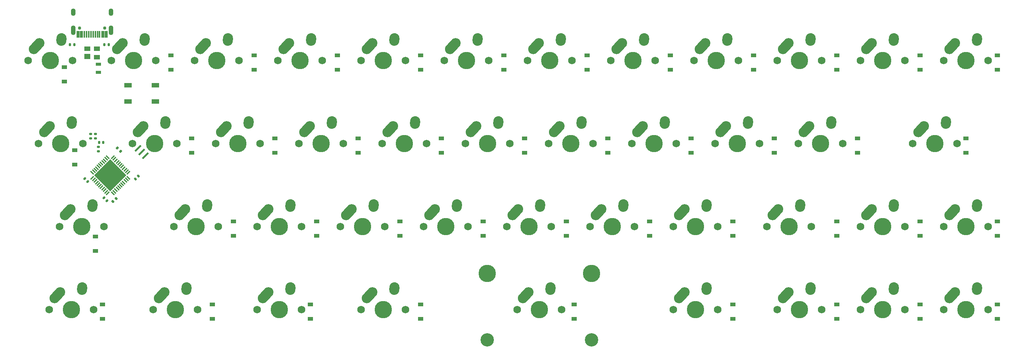
<source format=gbs>
%TF.GenerationSoftware,KiCad,Pcbnew,(5.99.0-10539-g7356f9568d)*%
%TF.CreationDate,2021-05-12T00:16:57+03:00*%
%TF.ProjectId,keyboard,6b657962-6f61-4726-942e-6b696361645f,rev?*%
%TF.SameCoordinates,Original*%
%TF.FileFunction,Soldermask,Bot*%
%TF.FilePolarity,Negative*%
%FSLAX46Y46*%
G04 Gerber Fmt 4.6, Leading zero omitted, Abs format (unit mm)*
G04 Created by KiCad (PCBNEW (5.99.0-10539-g7356f9568d)) date 2021-05-12 00:16:57*
%MOMM*%
%LPD*%
G01*
G04 APERTURE LIST*
G04 Aperture macros list*
%AMRoundRect*
0 Rectangle with rounded corners*
0 $1 Rounding radius*
0 $2 $3 $4 $5 $6 $7 $8 $9 X,Y pos of 4 corners*
0 Add a 4 corners polygon primitive as box body*
4,1,4,$2,$3,$4,$5,$6,$7,$8,$9,$2,$3,0*
0 Add four circle primitives for the rounded corners*
1,1,$1+$1,$2,$3*
1,1,$1+$1,$4,$5*
1,1,$1+$1,$6,$7*
1,1,$1+$1,$8,$9*
0 Add four rect primitives between the rounded corners*
20,1,$1+$1,$2,$3,$4,$5,0*
20,1,$1+$1,$4,$5,$6,$7,0*
20,1,$1+$1,$6,$7,$8,$9,0*
20,1,$1+$1,$8,$9,$2,$3,0*%
%AMHorizOval*
0 Thick line with rounded ends*
0 $1 width*
0 $2 $3 position (X,Y) of the first rounded end (center of the circle)*
0 $4 $5 position (X,Y) of the second rounded end (center of the circle)*
0 Add line between two ends*
20,1,$1,$2,$3,$4,$5,0*
0 Add two circle primitives to create the rounded ends*
1,1,$1,$2,$3*
1,1,$1,$4,$5*%
%AMRotRect*
0 Rectangle, with rotation*
0 The origin of the aperture is its center*
0 $1 length*
0 $2 width*
0 $3 Rotation angle, in degrees counterclockwise*
0 Add horizontal line*
21,1,$1,$2,0,0,$3*%
G04 Aperture macros list end*
%ADD10C,1.750000*%
%ADD11C,3.987800*%
%ADD12HorizOval,2.300000X0.647898X0.694786X-0.647898X-0.694786X0*%
%ADD13HorizOval,2.300000X0.015701X0.299589X-0.015701X-0.299589X0*%
%ADD14R,1.300000X0.700000*%
%ADD15O,1.100000X1.700000*%
%ADD16O,1.100000X2.200000*%
%ADD17C,0.750000*%
%ADD18RoundRect,0.050000X-0.150000X-0.725000X0.150000X-0.725000X0.150000X0.725000X-0.150000X0.725000X0*%
%ADD19RoundRect,0.050000X-0.300000X-0.725000X0.300000X-0.725000X0.300000X0.725000X-0.300000X0.725000X0*%
%ADD20RotRect,0.400000X1.900000X135.000000*%
%ADD21RoundRect,0.062500X-0.380070X0.291682X0.291682X-0.380070X0.380070X-0.291682X-0.291682X0.380070X0*%
%ADD22RoundRect,0.062500X-0.380070X-0.291682X-0.291682X-0.380070X0.380070X0.291682X0.291682X0.380070X0*%
%ADD23RotRect,5.200000X5.200000X315.000000*%
%ADD24R,1.800000X1.100000*%
%ADD25RoundRect,0.135000X0.135000X0.185000X-0.135000X0.185000X-0.135000X-0.185000X0.135000X-0.185000X0*%
%ADD26RoundRect,0.135000X-0.135000X-0.185000X0.135000X-0.185000X0.135000X0.185000X-0.135000X0.185000X0*%
%ADD27RoundRect,0.135000X0.226274X0.035355X0.035355X0.226274X-0.226274X-0.035355X-0.035355X-0.226274X0*%
%ADD28RoundRect,0.135000X0.035355X-0.226274X0.226274X-0.035355X-0.035355X0.226274X-0.226274X0.035355X0*%
%ADD29RoundRect,0.135000X0.185000X-0.135000X0.185000X0.135000X-0.185000X0.135000X-0.185000X-0.135000X0*%
%ADD30RoundRect,0.135000X-0.185000X0.135000X-0.185000X-0.135000X0.185000X-0.135000X0.185000X0.135000X0*%
%ADD31R,1.400000X1.200000*%
%ADD32R,1.400000X1.000000*%
%ADD33RoundRect,0.140000X0.170000X-0.140000X0.170000X0.140000X-0.170000X0.140000X-0.170000X-0.140000X0*%
%ADD34RoundRect,0.140000X0.140000X0.170000X-0.140000X0.170000X-0.140000X-0.170000X0.140000X-0.170000X0*%
%ADD35RoundRect,0.140000X-0.219203X-0.021213X-0.021213X-0.219203X0.219203X0.021213X0.021213X0.219203X0*%
%ADD36RoundRect,0.140000X0.219203X0.021213X0.021213X0.219203X-0.219203X-0.021213X-0.021213X-0.219203X0*%
%ADD37RoundRect,0.140000X0.021213X-0.219203X0.219203X-0.021213X-0.021213X0.219203X-0.219203X0.021213X0*%
%ADD38C,3.048000*%
%ADD39R,1.200000X0.900000*%
G04 APERTURE END LIST*
D10*
X215423750Y-79375000D03*
X205263750Y-79375000D03*
D11*
X210343750Y-79375000D03*
D12*
X207193750Y-76125000D03*
D13*
X212868750Y-74575000D03*
D14*
X52270000Y-44040000D03*
X52270000Y-42140000D03*
D15*
X55120000Y-30187500D03*
X46480000Y-30187500D03*
D16*
X55120000Y-34367500D03*
X46480000Y-34367500D03*
D17*
X47910000Y-33837500D03*
X53690000Y-33837500D03*
D18*
X50550000Y-35282500D03*
X51050000Y-35282500D03*
X51550000Y-35282500D03*
X50050000Y-35282500D03*
X52050000Y-35282500D03*
X49550000Y-35282500D03*
X52550000Y-35282500D03*
X49050000Y-35282500D03*
D19*
X48350000Y-35282500D03*
X53250000Y-35282500D03*
X47575000Y-35282500D03*
X54025000Y-35282500D03*
D20*
X62998528Y-63118528D03*
X62150000Y-62270000D03*
X61301472Y-61421472D03*
D21*
X50850062Y-67055534D03*
X51203616Y-66701981D03*
X51557169Y-66348427D03*
X51910722Y-65994874D03*
X52264276Y-65641321D03*
X52617829Y-65287767D03*
X52971383Y-64934214D03*
X53324936Y-64580660D03*
X53678489Y-64227107D03*
X54032043Y-63873554D03*
X54385596Y-63520000D03*
D22*
X55570000Y-63520000D03*
X55923553Y-63873554D03*
X56277107Y-64227107D03*
X56630660Y-64580660D03*
X56984213Y-64934214D03*
X57337767Y-65287767D03*
X57691320Y-65641321D03*
X58044874Y-65994874D03*
X58398427Y-66348427D03*
X58751980Y-66701981D03*
X59105534Y-67055534D03*
D21*
X59105534Y-68239938D03*
X58751980Y-68593491D03*
X58398427Y-68947045D03*
X58044874Y-69300598D03*
X57691320Y-69654151D03*
X57337767Y-70007705D03*
X56984213Y-70361258D03*
X56630660Y-70714812D03*
X56277107Y-71068365D03*
X55923553Y-71421918D03*
X55570000Y-71775472D03*
D22*
X54385596Y-71775472D03*
X54032043Y-71421918D03*
X53678489Y-71068365D03*
X53324936Y-70714812D03*
X52971383Y-70361258D03*
X52617829Y-70007705D03*
X52264276Y-69654151D03*
X51910722Y-69300598D03*
X51557169Y-68947045D03*
X51203616Y-68593491D03*
X50850062Y-68239938D03*
D23*
X54977798Y-67647736D03*
D24*
X65260000Y-46980000D03*
X59060000Y-50680000D03*
X65260000Y-50680000D03*
X59060000Y-46980000D03*
D25*
X46790000Y-37710000D03*
X45770000Y-37710000D03*
D26*
X53580000Y-37690000D03*
X54600000Y-37690000D03*
D27*
X57340624Y-62130624D03*
X56619376Y-61409376D03*
D28*
X55599376Y-73660624D03*
X56320624Y-72939376D03*
D29*
X50450000Y-59150000D03*
X50450000Y-58130000D03*
D30*
X51540000Y-58130000D03*
X51540000Y-59150000D03*
D31*
X49690000Y-40360000D03*
D32*
X49690000Y-38640000D03*
X51890000Y-38640000D03*
X51890000Y-40540000D03*
D33*
X52230000Y-62120000D03*
X52230000Y-61160000D03*
D34*
X53360000Y-60110000D03*
X52400000Y-60110000D03*
D35*
X49130589Y-68420589D03*
X49809411Y-69099411D03*
D36*
X54189411Y-73479411D03*
X53510589Y-72800589D03*
D37*
X60700589Y-68529411D03*
X61379411Y-67850589D03*
D11*
X165131750Y-90170000D03*
X141255750Y-90170000D03*
X153193750Y-98425000D03*
D10*
X158273750Y-98425000D03*
D38*
X141255750Y-105410000D03*
X165131750Y-105410000D03*
D10*
X148113750Y-98425000D03*
D12*
X150043750Y-95150000D03*
D13*
X155718750Y-93600000D03*
D10*
X40957500Y-98425000D03*
X51117500Y-98425000D03*
D11*
X46037500Y-98425000D03*
D12*
X42862500Y-95150000D03*
D13*
X48562500Y-93650000D03*
D10*
X88582500Y-98425000D03*
X98742500Y-98425000D03*
D11*
X93662500Y-98425000D03*
D12*
X90487500Y-95150000D03*
D13*
X96187500Y-93650000D03*
D10*
X248761250Y-60325000D03*
X238601250Y-60325000D03*
D11*
X243681250Y-60325000D03*
D12*
X240531250Y-57050000D03*
D13*
X246206250Y-55550000D03*
D10*
X53498750Y-79375000D03*
X43338750Y-79375000D03*
D11*
X48418750Y-79375000D03*
D12*
X45268750Y-76100000D03*
D13*
X50943750Y-74600000D03*
D11*
X41275000Y-41275000D03*
D10*
X46355000Y-41275000D03*
X36195000Y-41275000D03*
D12*
X38125000Y-38000000D03*
D13*
X43800000Y-36500000D03*
D11*
X60325000Y-41275000D03*
D10*
X65405000Y-41275000D03*
X55245000Y-41275000D03*
D12*
X57175000Y-38000000D03*
D13*
X62850000Y-36500000D03*
D11*
X79375000Y-41275000D03*
D10*
X84455000Y-41275000D03*
X74295000Y-41275000D03*
D12*
X76225000Y-38000000D03*
D13*
X81900000Y-36500000D03*
D11*
X98425000Y-41275000D03*
D10*
X103505000Y-41275000D03*
X93345000Y-41275000D03*
D12*
X95275000Y-38000000D03*
D13*
X100950000Y-36500000D03*
D11*
X117475000Y-41275000D03*
D10*
X122555000Y-41275000D03*
X112395000Y-41275000D03*
D12*
X114325000Y-38000000D03*
D13*
X120000000Y-36500000D03*
D11*
X136525000Y-41275000D03*
D10*
X141605000Y-41275000D03*
X131445000Y-41275000D03*
D12*
X133375000Y-38000000D03*
D13*
X139050000Y-36500000D03*
D11*
X155575000Y-41275000D03*
D10*
X160655000Y-41275000D03*
X150495000Y-41275000D03*
D12*
X152425000Y-38000000D03*
D13*
X158100000Y-36500000D03*
D11*
X174625000Y-41275000D03*
D10*
X179705000Y-41275000D03*
X169545000Y-41275000D03*
D12*
X171475000Y-38000000D03*
D13*
X177150000Y-36500000D03*
D11*
X193675000Y-41275000D03*
D10*
X198755000Y-41275000D03*
X188595000Y-41275000D03*
D12*
X190525000Y-38000000D03*
D13*
X196200000Y-36500000D03*
D11*
X212725000Y-41275000D03*
D10*
X217805000Y-41275000D03*
X207645000Y-41275000D03*
D12*
X209575000Y-38000000D03*
D13*
X215250000Y-36500000D03*
D11*
X231775000Y-41275000D03*
D10*
X236855000Y-41275000D03*
X226695000Y-41275000D03*
D12*
X228625000Y-38000000D03*
D13*
X234300000Y-36500000D03*
D11*
X250825000Y-41275000D03*
D10*
X255905000Y-41275000D03*
X245745000Y-41275000D03*
D12*
X247675000Y-38000000D03*
D13*
X253350000Y-36500000D03*
D11*
X65087500Y-60325000D03*
D10*
X70167500Y-60325000D03*
X60007500Y-60325000D03*
D12*
X61937500Y-57050000D03*
D13*
X67612500Y-55550000D03*
D11*
X84137500Y-60325000D03*
D10*
X89217500Y-60325000D03*
X79057500Y-60325000D03*
D12*
X80987500Y-57050000D03*
D13*
X86662500Y-55550000D03*
D11*
X103187500Y-60325000D03*
D10*
X108267500Y-60325000D03*
X98107500Y-60325000D03*
D12*
X100037500Y-57050000D03*
D13*
X105712500Y-55550000D03*
D11*
X122237500Y-60325000D03*
D10*
X127317500Y-60325000D03*
X117157500Y-60325000D03*
D12*
X119087500Y-57050000D03*
D13*
X124762500Y-55550000D03*
D11*
X141287500Y-60325000D03*
D10*
X146367500Y-60325000D03*
X136207500Y-60325000D03*
D12*
X138137500Y-57050000D03*
D13*
X143812500Y-55550000D03*
D11*
X160337500Y-60325000D03*
D10*
X165417500Y-60325000D03*
X155257500Y-60325000D03*
D12*
X157187500Y-57050000D03*
D13*
X162862500Y-55550000D03*
D11*
X179387500Y-60325000D03*
D10*
X184467500Y-60325000D03*
X174307500Y-60325000D03*
D12*
X176237500Y-57050000D03*
D13*
X181912500Y-55550000D03*
D11*
X198437500Y-60325000D03*
D10*
X203517500Y-60325000D03*
X193357500Y-60325000D03*
D12*
X195287500Y-57050000D03*
D13*
X200962500Y-55550000D03*
D11*
X217487500Y-60325000D03*
D10*
X222567500Y-60325000D03*
X212407500Y-60325000D03*
D12*
X214337500Y-57050000D03*
D13*
X220012500Y-55550000D03*
D11*
X74612500Y-79375000D03*
D10*
X79692500Y-79375000D03*
X69532500Y-79375000D03*
D12*
X71462500Y-76100000D03*
D13*
X77137500Y-74600000D03*
D11*
X93662500Y-79375000D03*
D10*
X98742500Y-79375000D03*
X88582500Y-79375000D03*
D12*
X90512500Y-76100000D03*
D13*
X96187500Y-74600000D03*
D11*
X112712500Y-79375000D03*
D10*
X117792500Y-79375000D03*
X107632500Y-79375000D03*
D12*
X109562500Y-76100000D03*
D13*
X115237500Y-74600000D03*
D11*
X131762500Y-79375000D03*
D10*
X136842500Y-79375000D03*
X126682500Y-79375000D03*
D12*
X128612500Y-76100000D03*
D13*
X134287500Y-74600000D03*
D11*
X150812500Y-79375000D03*
D10*
X155892500Y-79375000D03*
X145732500Y-79375000D03*
D12*
X147662500Y-76100000D03*
D13*
X153337500Y-74600000D03*
D11*
X169862500Y-79375000D03*
D10*
X174942500Y-79375000D03*
X164782500Y-79375000D03*
D12*
X166712500Y-76100000D03*
D13*
X172387500Y-74600000D03*
D11*
X188912500Y-79375000D03*
D10*
X193992500Y-79375000D03*
X183832500Y-79375000D03*
D12*
X185762500Y-76100000D03*
D13*
X191437500Y-74600000D03*
D11*
X231775000Y-79375000D03*
D10*
X236855000Y-79375000D03*
X226695000Y-79375000D03*
D12*
X228625000Y-76100000D03*
D13*
X234300000Y-74600000D03*
D11*
X250825000Y-79375000D03*
D10*
X255905000Y-79375000D03*
X245745000Y-79375000D03*
D12*
X247675000Y-76100000D03*
D13*
X253350000Y-74600000D03*
D11*
X69850000Y-98425000D03*
D10*
X74930000Y-98425000D03*
X64770000Y-98425000D03*
D12*
X66700000Y-95150000D03*
D13*
X72375000Y-93650000D03*
D11*
X117475000Y-98425000D03*
D10*
X122555000Y-98425000D03*
X112395000Y-98425000D03*
D12*
X114325000Y-95150000D03*
D13*
X120000000Y-93650000D03*
D11*
X188912500Y-98425000D03*
D10*
X193992500Y-98425000D03*
X183832500Y-98425000D03*
D12*
X185762500Y-95150000D03*
D13*
X191437500Y-93650000D03*
D11*
X212725000Y-98425000D03*
D10*
X217805000Y-98425000D03*
X207645000Y-98425000D03*
D12*
X209575000Y-95150000D03*
D13*
X215250000Y-93650000D03*
D11*
X231775000Y-98425000D03*
D10*
X236855000Y-98425000D03*
X226695000Y-98425000D03*
D12*
X228625000Y-95150000D03*
D13*
X234300000Y-93650000D03*
D11*
X250825000Y-98425000D03*
D10*
X255905000Y-98425000D03*
X245745000Y-98425000D03*
D12*
X247675000Y-95150000D03*
D13*
X253350000Y-93650000D03*
D10*
X48736250Y-60325000D03*
X38576250Y-60325000D03*
D11*
X43656250Y-60325000D03*
D12*
X40506250Y-57075000D03*
D13*
X46181250Y-55525000D03*
D39*
X44450000Y-42800000D03*
X44450000Y-46100000D03*
X68850000Y-40125000D03*
X68850000Y-43425000D03*
X87900000Y-40125000D03*
X87900000Y-43425000D03*
X106950000Y-40125000D03*
X106950000Y-43425000D03*
X126000000Y-40125000D03*
X126000000Y-43425000D03*
X145050000Y-40125000D03*
X145050000Y-43425000D03*
X164100000Y-40125000D03*
X164100000Y-43425000D03*
X183150000Y-40125000D03*
X183150000Y-43425000D03*
X202200000Y-40125000D03*
X202200000Y-43425000D03*
X221250000Y-40125000D03*
X221250000Y-43425000D03*
X240300000Y-40125000D03*
X240300000Y-43425000D03*
X257968750Y-40125000D03*
X257968750Y-43425000D03*
X46831250Y-61850000D03*
X46831250Y-65150000D03*
X73612500Y-59175000D03*
X73612500Y-62475000D03*
X92662500Y-59175000D03*
X92662500Y-62475000D03*
X111712500Y-59175000D03*
X111712500Y-62475000D03*
X130762500Y-59175000D03*
X130762500Y-62475000D03*
X149812500Y-59175000D03*
X149812500Y-62475000D03*
X168862500Y-59175000D03*
X168862500Y-62475000D03*
X187912500Y-59175000D03*
X187912500Y-62475000D03*
X206962500Y-59175000D03*
X206962500Y-62475000D03*
X226012500Y-59175000D03*
X226012500Y-62475000D03*
X250825000Y-59175000D03*
X250825000Y-62475000D03*
X51593750Y-81693750D03*
X51593750Y-84993750D03*
X83137500Y-78225000D03*
X83137500Y-81525000D03*
X102187500Y-78225000D03*
X102187500Y-81525000D03*
X121237500Y-78225000D03*
X121237500Y-81525000D03*
X140287500Y-78225000D03*
X140287500Y-81525000D03*
X159337500Y-78225000D03*
X159337500Y-81525000D03*
X178387500Y-78225000D03*
X178387500Y-81525000D03*
X197437500Y-78225000D03*
X197437500Y-81525000D03*
X221250000Y-78225000D03*
X221250000Y-81525000D03*
X240300000Y-78225000D03*
X240300000Y-81525000D03*
X257968750Y-78225000D03*
X257968750Y-81525000D03*
X53181250Y-97275000D03*
X53181250Y-100575000D03*
X78375000Y-97275000D03*
X78375000Y-100575000D03*
X100806250Y-97275000D03*
X100806250Y-100575000D03*
X126000000Y-97275000D03*
X126000000Y-100575000D03*
X161150000Y-97240000D03*
X161150000Y-100540000D03*
X197437500Y-97275000D03*
X197437500Y-100575000D03*
X221250000Y-97275000D03*
X221250000Y-100575000D03*
X240300000Y-97275000D03*
X240300000Y-100575000D03*
X257968750Y-97275000D03*
X257968750Y-100575000D03*
M02*

</source>
